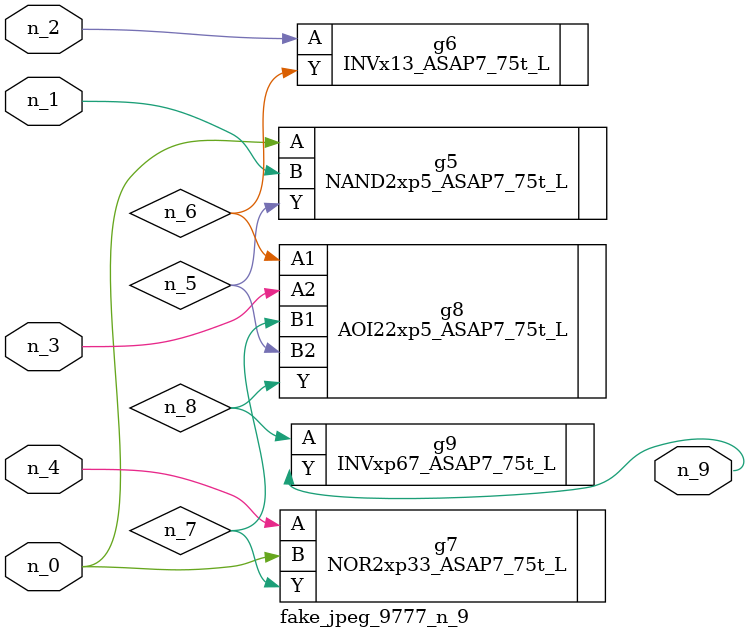
<source format=v>
module fake_jpeg_9777_n_9 (n_3, n_2, n_1, n_0, n_4, n_9);

input n_3;
input n_2;
input n_1;
input n_0;
input n_4;

output n_9;

wire n_8;
wire n_6;
wire n_5;
wire n_7;

NAND2xp5_ASAP7_75t_L g5 ( 
.A(n_0),
.B(n_1),
.Y(n_5)
);

INVx13_ASAP7_75t_L g6 ( 
.A(n_2),
.Y(n_6)
);

NOR2xp33_ASAP7_75t_L g7 ( 
.A(n_4),
.B(n_0),
.Y(n_7)
);

AOI22xp5_ASAP7_75t_L g8 ( 
.A1(n_6),
.A2(n_3),
.B1(n_7),
.B2(n_5),
.Y(n_8)
);

INVxp67_ASAP7_75t_L g9 ( 
.A(n_8),
.Y(n_9)
);


endmodule
</source>
